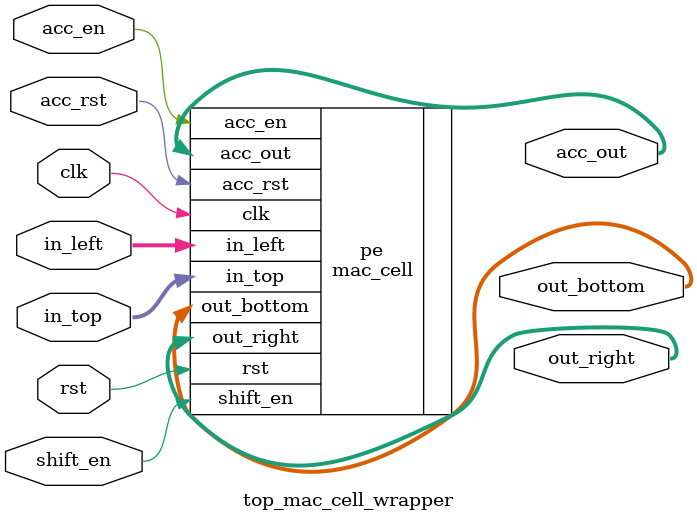
<source format=sv>
module top_mac_cell_wrapper (
    input  logic clk,
    input  logic rst,
    input  logic acc_rst,
    input  logic shift_en,
    input  logic acc_en,

    input  logic [7:0] in_left,
    input  logic [7:0] in_top,

    output logic [7:0] out_right,
    output logic [7:0] out_bottom,
    output logic [31:0] acc_out
);

    mac_cell #(
        .DATA_WIDTH(8),
        .ACC_WIDTH(32)
    ) pe (
        .clk(clk),
        .rst(rst),
        .acc_rst(acc_rst),
        .acc_en(acc_en),
        .shift_en(shift_en),
        .in_left(in_left),
        .in_top(in_top),
        .out_right(out_right),
        .out_bottom(out_bottom),
        .acc_out(acc_out)
    );

endmodule

</source>
